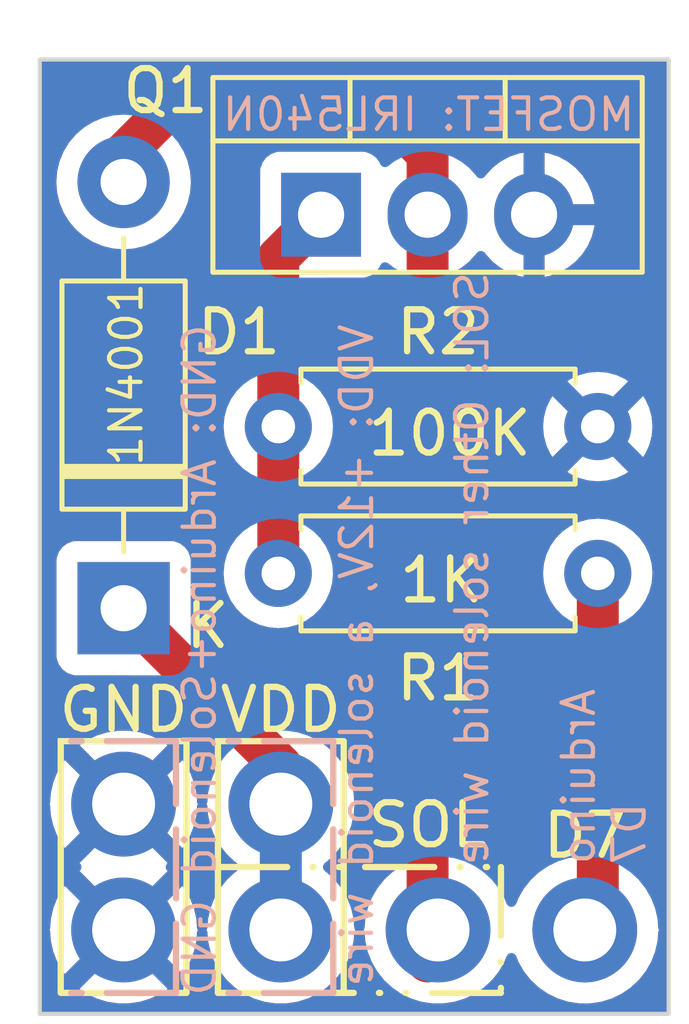
<source format=kicad_pcb>
(kicad_pcb (version 20221018) (generator pcbnew)
  (layers (0 "F.Cu" signal) (31 "B.Cu" signal) (34 "B.Paste" user) (35 "F.Paste" user) (36 "B.SilkS" user "B.Silkscreen") (37 "F.SilkS" user "F.Silkscreen") (38 "B.Mask" user) (39 "F.Mask" user) (44 "Edge.Cuts" user))
  (net 0 "")
  (net 1 "L2")
  (net 2 "VDD")
  (net 3 "Net-(Q1-G)")
  (net 4 "GND")
  (net 5 "D7")
  (footprint "Package_TO_SOT_THT:TO-220-3_Vertical" (layer "F.Cu") (at 161.71 86.2)
    (fp_text reference "Q1" (at -3.71 -2.95) (layer "F.SilkS"))
    (fp_text value "Q_NMOS_GDS")
    (fp_line (start -2.58 -3.27) (end -2.58 1.371) (stroke (width 0.12)) (layer "F.SilkS"))
    (fp_line (start -2.58 -3.27) (end 7.66 -3.27) (stroke (width 0.12)) (layer "F.SilkS"))
    (fp_line (start -2.58 -1.76) (end 7.66 -1.76) (stroke (width 0.12)) (layer "F.SilkS"))
    (fp_line (start -2.58 1.371) (end 7.66 1.371) (stroke (width 0.12)) (layer "F.SilkS"))
    (fp_line (start 0.69 -3.27) (end 0.69 -1.76) (stroke (width 0.12)) (layer "F.SilkS"))
    (fp_line (start 4.391 -3.27) (end 4.391 -1.76) (stroke (width 0.12)) (layer "F.SilkS"))
    (fp_line (start 7.66 -3.27) (end 7.66 1.371) (stroke (width 0.12)) (layer "F.SilkS"))
    (pad "1" thru_hole rect (at 0 0) (size 1.905 2) (drill 1.1) (layers "*.Cu" "*.Mask") (net 3 "Net-(Q1-G)"))
    (pad "2" thru_hole oval (at 2.54 0) (size 1.905 2) (drill 1.1) (layers "*.Cu" "*.Mask") (net 1 "L2"))
    (pad "3" thru_hole oval (at 5.08 0) (size 1.905 2) (drill 1.1) (layers "*.Cu" "*.Mask") (net 4 "GND"))
  )
  (footprint "solenoid-trigger:ThroughHole-1.5MM-plated" (layer "F.Cu") (at 160.75 103.25)
    (fp_text reference "L1" hide)
    (fp_text value "ThroughHole-1.5MM-plated" hide)
    (pad "1" thru_hole circle (at 0 0) (size 2.5 2.5) (drill 1.5) (layers "*.Cu" "*.Mask") (net 2 "VDD"))
  )
  (footprint "solenoid-trigger:ThroughHole-1.5MM-plated" (layer "F.Cu") (at 168 103.25)
    (fp_text reference "D7" (at 0 -2.25 unlocked) (layer "F.SilkS"))
    (fp_text value "ThroughHole-1.5MM-plated" hide)
    (pad "1" thru_hole circle (at 0 0) (size 2.5 2.5) (drill 1.5) (layers "*.Cu" "*.Mask") (net 5 "D7"))
  )
  (footprint "Resistor_THT:R_Axial_DIN0207_L6.3mm_D2.5mm_P7.62mm_Horizontal" (layer "F.Cu") (at 168.31 94.75 180)
    (fp_text reference "R1" (at 3.81 -2.5 180) (layer "F.SilkS"))
    (fp_text value "1K")
    (fp_line (start 0.54 -1.37) (end 7.08 -1.37) (stroke (width 0.12)) (layer "F.SilkS"))
    (fp_line (start 0.54 -1.04) (end 0.54 -1.37) (stroke (width 0.12)) (layer "F.SilkS"))
    (fp_line (start 0.54 1.04) (end 0.54 1.37) (stroke (width 0.12)) (layer "F.SilkS"))
    (fp_line (start 0.54 1.37) (end 7.08 1.37) (stroke (width 0.12)) (layer "F.SilkS"))
    (fp_line (start 7.08 -1.37) (end 7.08 -1.04) (stroke (width 0.12)) (layer "F.SilkS"))
    (fp_line (start 7.08 1.37) (end 7.08 1.04) (stroke (width 0.12)) (layer "F.SilkS"))
    (pad "1" thru_hole circle (at 0 0 180) (size 1.6 1.6) (drill 0.8) (layers "*.Cu" "*.Mask") (net 5 "D7"))
    (pad "2" thru_hole oval (at 7.62 0 180) (size 1.6 1.6) (drill 0.8) (layers "*.Cu" "*.Mask") (net 3 "Net-(Q1-G)"))
  )
  (footprint "solenoid-trigger:ThroughHole-1.5MM-plated" (layer "F.Cu") (at 157 103.25)
    (fp_text reference "GND" hide)
    (fp_text value "ThroughHole-1.5MM-plated" hide)
    (pad "1" thru_hole circle (at 0 0) (size 2.5 2.5) (drill 1.5) (layers "*.Cu" "*.Mask") (net 4 "GND"))
  )
  (footprint "solenoid-trigger:ThroughHole-1.5MM-plated" (layer "F.Cu") (at 157 100.25)
    (fp_text reference "GND" (at 0 -2.25 unlocked) (layer "F.SilkS"))
    (fp_text value "ThroughHole-1.5MM-plated" hide)
    (pad "1" thru_hole circle (at 0 0) (size 2.5 2.5) (drill 1.5) (layers "*.Cu" "*.Mask") (net 4 "GND"))
  )
  (footprint "solenoid-trigger:ThroughHole-1.5MM-plated" (layer "F.Cu") (at 164.5 103.25)
    (fp_text reference "L2" hide)
    (fp_text value "ThroughHole-1.5MM-plated" hide)
    (pad "1" thru_hole circle (at 0 0) (size 2.5 2.5) (drill 1.5) (layers "*.Cu" "*.Mask") (net 1 "L2"))
  )
  (footprint "Diode_THT:D_DO-41_SOD81_P10.16mm_Horizontal" (layer "F.Cu") (at 157 95.58 90)
    (fp_text reference "D1" (at 6.58 2.75 180) (layer "F.SilkS"))
    (fp_text value "1N4001")
    (fp_text user "K" (at -0.42 2 180) (layer "F.SilkS"))
    (fp_line (start 1.34 0) (end 2.36 0) (stroke (width 0.12)) (layer "F.SilkS"))
    (fp_line (start 2.36 -1.47) (end 2.36 1.47) (stroke (width 0.12)) (layer "F.SilkS"))
    (fp_line (start 2.36 1.47) (end 7.8 1.47) (stroke (width 0.12)) (layer "F.SilkS"))
    (fp_line (start 3.14 -1.47) (end 3.14 1.47) (stroke (width 0.12)) (layer "F.SilkS"))
    (fp_line (start 3.26 -1.47) (end 3.26 1.47) (stroke (width 0.12)) (layer "F.SilkS"))
    (fp_line (start 3.38 -1.47) (end 3.38 1.47) (stroke (width 0.12)) (layer "F.SilkS"))
    (fp_line (start 7.8 -1.47) (end 2.36 -1.47) (stroke (width 0.12)) (layer "F.SilkS"))
    (fp_line (start 7.8 1.47) (end 7.8 -1.47) (stroke (width 0.12)) (layer "F.SilkS"))
    (fp_line (start 8.82 0) (end 7.8 0) (stroke (width 0.12)) (layer "F.SilkS"))
    (pad "1" thru_hole rect (at 0 0 90) (size 2.2 2.2) (drill 1.1) (layers "*.Cu" "*.Mask") (net 2 "VDD"))
    (pad "2" thru_hole oval (at 10.16 0 90) (size 2.2 2.2) (drill 1.1) (layers "*.Cu" "*.Mask") (net 1 "L2"))
  )
  (footprint "Resistor_THT:R_Axial_DIN0207_L6.3mm_D2.5mm_P7.62mm_Horizontal" (layer "F.Cu") (at 168.31 91.25 180)
    (fp_text reference "R2" (at 3.81 2.25) (layer "F.SilkS"))
    (fp_text value "100K")
    (fp_line (start 0.54 -1.37) (end 7.08 -1.37) (stroke (width 0.12)) (layer "F.SilkS"))
    (fp_line (start 0.54 -1.04) (end 0.54 -1.37) (stroke (width 0.12)) (layer "F.SilkS"))
    (fp_line (start 0.54 1.04) (end 0.54 1.37) (stroke (width 0.12)) (layer "F.SilkS"))
    (fp_line (start 0.54 1.37) (end 7.08 1.37) (stroke (width 0.12)) (layer "F.SilkS"))
    (fp_line (start 7.08 -1.37) (end 7.08 -1.04) (stroke (width 0.12)) (layer "F.SilkS"))
    (fp_line (start 7.08 1.37) (end 7.08 1.04) (stroke (width 0.12)) (layer "F.SilkS"))
    (pad "1" thru_hole circle (at 0 0 180) (size 1.6 1.6) (drill 0.8) (layers "*.Cu" "*.Mask") (net 4 "GND"))
    (pad "2" thru_hole oval (at 7.62 0 180) (size 1.6 1.6) (drill 0.8) (layers "*.Cu" "*.Mask") (net 3 "Net-(Q1-G)"))
  )
  (footprint "solenoid-trigger:ThroughHole-1.5MM-plated" (layer "F.Cu") (at 160.75 100.25)
    (fp_text reference "VDD" (at 0 -2.25 unlocked) (layer "F.SilkS"))
    (fp_text value "ThroughHole-1.5MM-plated" hide)
    (pad "1" thru_hole circle (at 0 0) (size 2.5 2.5) (drill 1.5) (layers "*.Cu" "*.Mask") (net 2 "VDD"))
  )
  (gr_line (start 158.25 104.75) (end 158.25 98.75) (stroke (width 0.15) (type dash)) (layer "B.SilkS"))
  (gr_line (start 162 98.75) (end 159.5 98.75) (stroke (width 0.15) (type dash)) (layer "B.SilkS"))
  (gr_line (start 158.25 98.75) (end 155.75 98.75) (stroke (width 0.15) (type dash)) (layer "B.SilkS"))
  (gr_line (start 162 104.75) (end 159.5 104.75) (stroke (width 0.15) (type dash)) (layer "B.SilkS"))
  (gr_line (start 158.25 104.75) (end 155.75 104.75) (stroke (width 0.15) (type dash)) (layer "B.SilkS"))
  (gr_line (start 162 104.75) (end 162 98.75) (stroke (width 0.15) (type dash)) (layer "B.SilkS"))
  (gr_rect (start 159.25 104.75) (end 166 101.75) (stroke (width 0.15) (type dash_dot_dot)) (fill none) (layer "F.SilkS"))
  (gr_rect (start 159.25 98.75) (end 162.25 104.75) (stroke (width 0.15)) (fill none) (layer "F.SilkS"))
  (gr_rect (start 155.5 98.75) (end 158.5 104.75) (stroke (width 0.15)) (fill none) (layer "F.SilkS"))
  (gr_rect (start 155 82.5) (end 170 105.25) (stroke (width 0.1)) (fill none) (layer "Edge.Cuts"))
  (gr_text "Arduino\nD7" (at 169.5 101.75 90) (layer "B.SilkS") (effects (font (size 0.75 0.75) (thickness 0.1)) (justify right bottom mirror)))
  (gr_text "VDD: +12V, a solenoid wire" (at 163 88.75 90) (layer "B.SilkS") (effects (font (size 0.75 0.75) (thickness 0.1)) (justify left bottom mirror)))
  (gr_text "SOL: Other solenoid wire" (at 165.75 87.5 90) (layer "B.SilkS") (effects (font (size 0.75 0.75) (thickness 0.1)) (justify left bottom mirror)))
  (gr_text "MOSFET: IRL540N" (at 169.25 84.25) (layer "B.SilkS") (effects (font (size 0.75 0.75) (thickness 0.1)) (justify left bottom mirror)))
  (gr_text "GND: Arduino+Solenoid GND" (at 159.25 88.75 90) (layer "B.SilkS") (effects (font (size 0.75 0.75) (thickness 0.1)) (justify left bottom mirror)))
  (gr_text "SOL" (at 164.25 100.75) (layer "F.SilkS") (effects (font (size 1 1))))
  (gr_text "100K" (at 162.75 92) (layer "F.SilkS") (effects (font (size 1 1)) (justify left bottom)))
  (gr_text "1K" (at 163.5 95.5) (layer "F.SilkS") (effects (font (size 1 1)) (justify left bottom)))
  (gr_text "1N4001" (at 157.5 92.25 90) (layer "F.SilkS") (effects (font (size 0.75 0.75) (thickness 0.1)) (justify left bottom)))
  (segment (start 157 84.75) (end 158 83.75) (width 1) (layer "F.Cu") (net 1))
  (segment (start 158 83.75) (end 163.25 83.75) (width 1) (layer "F.Cu") (net 1))
  (segment (start 157 85.42) (end 157 84.75) (width 1) (layer "F.Cu") (net 1))
  (segment (start 163.25 83.75) (end 164.25 84.75) (width 1) (layer "F.Cu") (net 1))
  (segment (start 164.25 84.75) (end 164.25 86.2) (width 1) (layer "F.Cu") (net 1))
  (segment (start 164.25 86.2) (end 164.25 104) (width 1) (layer "F.Cu") (net 1))
  (segment (start 160.75 99.33) (end 157 95.58) (width 1) (layer "F.Cu") (net 2))
  (segment (start 160.75 103.25) (end 160.75 99.33) (width 1) (layer "F.Cu") (net 2))
  (segment (start 160.75 103.25) (end 160.75 100.25) (width 1) (layer "B.Cu") (net 2))
  (segment (start 160.69 94.75) (end 160.69 87.22) (width 1) (layer "F.Cu") (net 3))
  (segment (start 160.69 87.22) (end 161.71 86.2) (width 1) (layer "F.Cu") (net 3))
  (segment (start 168.31 94.75) (end 168.31 103.69) (width 1) (layer "F.Cu") (net 5))
  (segment (start 168.31 103.69) (end 168 104) (width 1) (layer "F.Cu") (net 5))
  (zone (net 4) (net_name "GND") (layers "F&B.Cu") (connect_pads (clearance 0.5)) (min_thickness 0.25) (fill yes (thermal_gap 0.5) (thermal_bridge_width 0.5))
    (polygon (pts (xy 154.5 82) (xy 170.5 82) (xy 170.5 105.5) (xy 154.5 105.5)))
  )
)
</source>
